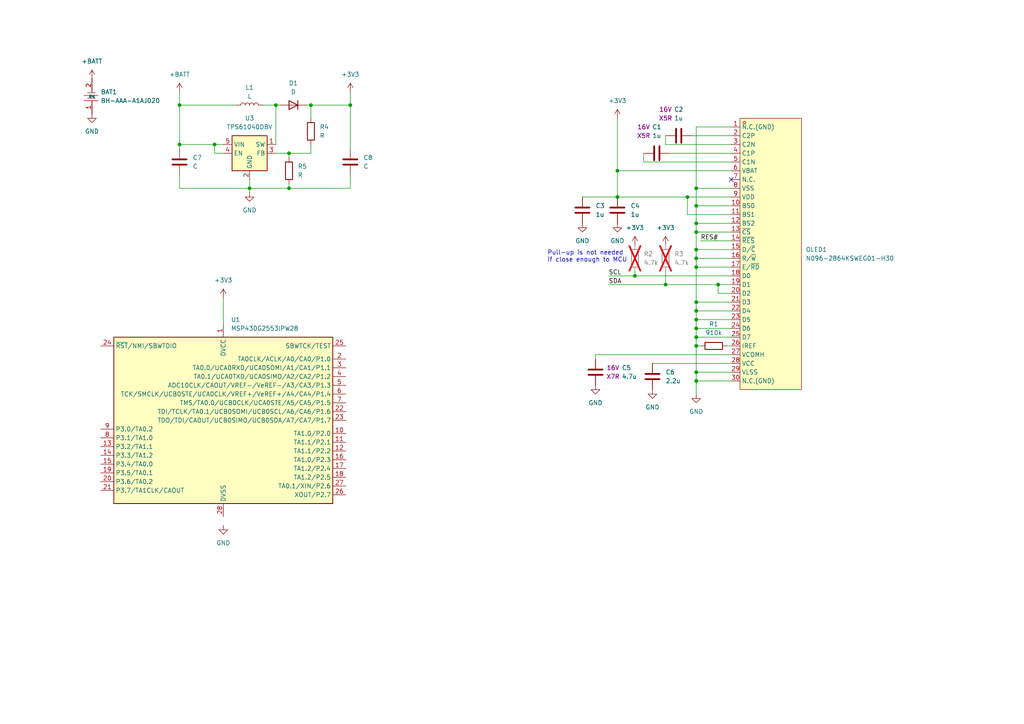
<source format=kicad_sch>
(kicad_sch (version 20230121) (generator eeschema)
  (paper "A4")
  (lib_symbols
    (symbol "Device:C" (pin_numbers hide) (pin_names (offset 0.254))
      (property "Reference" "C" (at 0.635 2.54 0))
      (property "Value" "C" (at 0.635 -2.54 0))
      (symbol "C_0_1"
        (polyline (pts (xy -2.032 -0.762) (xy 2.032 -0.762)) (stroke (width 0.508)))
        (polyline (pts (xy -2.032 0.762) (xy 2.032 0.762)) (stroke (width 0.508)))
      )
      (symbol "C_1_1"
        (pin passive line (at 0 3.81 270) (length 2.794) (name "~") (number "1"))
        (pin passive line (at 0 -3.81 90) (length 2.794) (name "~") (number "2"))
      )
    )
    (symbol "Device:D" (pin_numbers hide) (pin_names (offset 1.016) hide)
      (property "Reference" "D" (at 0 2.54 0))
      (property "Value" "D" (at 0 -2.54 0))
      (symbol "D_0_1"
        (polyline (pts (xy -1.27 1.27) (xy -1.27 -1.27)) (stroke (width 0.254)))
        (polyline (pts (xy 1.27 0) (xy -1.27 0)))
        (polyline (pts (xy 1.27 1.27) (xy 1.27 -1.27) (xy -1.27 0) (xy 1.27 1.27)) (stroke (width 0.254)))
      )
      (symbol "D_1_1"
        (pin passive line (at -3.81 0 0) (length 2.54) (name "K") (number "1"))
        (pin passive line (at 3.81 0 180) (length 2.54) (name "A") (number "2"))
      )
    )
    (symbol "Device:L" (pin_numbers hide) (pin_names (offset 1.016) hide)
      (property "Reference" "L" (at -1.27 0 90))
      (property "Value" "L" (at 1.905 0 90))
      (symbol "L_0_1"
        (arc (start 0 -2.54) (mid 0.6323 -1.905) (end 0 -1.27))
        (arc (start 0 -1.27) (mid 0.6323 -0.635) (end 0 0))
        (arc (start 0 0) (mid 0.6323 0.635) (end 0 1.27))
        (arc (start 0 1.27) (mid 0.6323 1.905) (end 0 2.54))
      )
      (symbol "L_1_1"
        (pin passive line (at 0 3.81 270) (length 1.27) (name "1") (number "1"))
        (pin passive line (at 0 -3.81 90) (length 1.27) (name "2") (number "2"))
      )
    )
    (symbol "Device:R" (pin_numbers hide) (pin_names (offset 0))
      (property "Reference" "R" (at 2.032 0 90))
      (property "Value" "R" (at 0 0 90))
      (symbol "R_0_1"
        (rectangle (start -1.016 -2.54) (end 1.016 2.54) (stroke (width 0.254)))
      )
      (symbol "R_1_1"
        (pin passive line (at 0 3.81 270) (length 1.27) (name "~") (number "1"))
        (pin passive line (at 0 -3.81 90) (length 1.27) (name "~") (number "2"))
      )
    )
    (symbol "EasyEDA:BH-AAA-A1AJ020"
      (property "Reference" "BAT" (at 0 5.08 0))
      (property "Value" "BH-AAA-A1AJ020" (at 0 -5.08 0))
      (symbol "BH-AAA-A1AJ020_0_1"
        (polyline (pts (xy -1.27 2.29) (xy -1.27 -1.78)))
        (polyline (pts (xy -0.51 1.27) (xy -0.51 -1.02)))
        (polyline (pts (xy 0.25 2.29) (xy 0.25 -1.78)))
        (polyline (pts (xy 1.02 1.27) (xy 1.02 -1.02)))
        (pin input line (at -5.08 0 0) (length 3.81) (name "1") (number "1"))
        (pin input line (at 5.08 0 180) (length 3.81) (name "2") (number "2"))
      )
    )
    (symbol "EasyEDA:N096-2864KSWEG01-H30"
      (property "Reference" "OLED" (at 0 41.91 0))
      (property "Value" "N096-2864KSWEG01-H30" (at 0 -41.91 0))
      (symbol "N096-2864KSWEG01-H30_0_1"
        (rectangle (start -8.89 39.37) (end 8.89 -39.37) (fill (type background)))
        (circle (center -7.62 38.1) (radius 0.38))
        (pin unspecified line (at -11.43 36.83 0) (length 2.54) (name "N.C.(GND)") (number "1"))
        (pin unspecified line (at -11.43 13.97 0) (length 2.54) (name "BS0") (number "10"))
        (pin unspecified line (at -11.43 11.43 0) (length 2.54) (name "BS1") (number "11"))
        (pin unspecified line (at -11.43 8.89 0) (length 2.54) (name "BS2") (number "12"))
        (pin unspecified line (at -11.43 6.35 0) (length 2.54) (name "~{CS}") (number "13"))
        (pin unspecified line (at -11.43 3.81 0) (length 2.54) (name "~{RES}") (number "14"))
        (pin unspecified line (at -11.43 1.27 0) (length 2.54) (name "D/~{C}") (number "15"))
        (pin unspecified line (at -11.43 -1.27 0) (length 2.54) (name "R/~{W}") (number "16"))
        (pin unspecified line (at -11.43 -3.81 0) (length 2.54) (name "E/~{RD}") (number "17"))
        (pin unspecified line (at -11.43 -6.35 0) (length 2.54) (name "D0") (number "18"))
        (pin unspecified line (at -11.43 -8.89 0) (length 2.54) (name "D1") (number "19"))
        (pin unspecified line (at -11.43 34.29 0) (length 2.54) (name "C2P") (number "2"))
        (pin unspecified line (at -11.43 -11.43 0) (length 2.54) (name "D2") (number "20"))
        (pin unspecified line (at -11.43 -13.97 0) (length 2.54) (name "D3") (number "21"))
        (pin unspecified line (at -11.43 -16.51 0) (length 2.54) (name "D4") (number "22"))
        (pin unspecified line (at -11.43 -19.05 0) (length 2.54) (name "D5") (number "23"))
        (pin unspecified line (at -11.43 -21.59 0) (length 2.54) (name "D6") (number "24"))
        (pin unspecified line (at -11.43 -24.13 0) (length 2.54) (name "D7") (number "25"))
        (pin unspecified line (at -11.43 -26.67 0) (length 2.54) (name "IREF") (number "26"))
        (pin unspecified line (at -11.43 -29.21 0) (length 2.54) (name "VCOMH") (number "27"))
        (pin unspecified line (at -11.43 -31.75 0) (length 2.54) (name "VCC") (number "28"))
        (pin unspecified line (at -11.43 -34.29 0) (length 2.54) (name "VLSS") (number "29"))
        (pin unspecified line (at -11.43 31.75 0) (length 2.54) (name "C2N") (number "3"))
        (pin unspecified line (at -11.43 -36.83 0) (length 2.54) (name "N.C.(GND)") (number "30"))
        (pin unspecified line (at -11.43 29.21 0) (length 2.54) (name "C1P") (number "4"))
        (pin unspecified line (at -11.43 26.67 0) (length 2.54) (name "C1N") (number "5"))
        (pin unspecified line (at -11.43 24.13 0) (length 2.54) (name "VBAT") (number "6"))
        (pin unspecified line (at -11.43 21.59 0) (length 2.54) (name "N.C.") (number "7"))
        (pin unspecified line (at -11.43 19.05 0) (length 2.54) (name "VSS") (number "8"))
        (pin unspecified line (at -11.43 16.51 0) (length 2.54) (name "VDD") (number "9"))
      )
    )
    (symbol "MCU_Texas_MSP430:MSP430G2553IPW28"
      (property "Reference" "U" (at -30.48 25.4 0))
      (property "Value" "MSP430G2553IPW28" (at 24.13 -25.4 0))
      (symbol "MSP430G2553IPW28_0_1"
        (rectangle (start -31.75 24.13) (end 31.75 -24.13) (stroke (width 0.254)) (fill (type background)))
      )
      (symbol "MSP430G2553IPW28_1_1"
        (pin power_in line (at 0 27.94 270) (length 3.81) (name "DVCC") (number "1"))
        (pin bidirectional line (at 35.56 -3.81 180) (length 3.81) (name "TA1.0/P2.0") (number "10"))
        (pin bidirectional line (at 35.56 -6.35 180) (length 3.81) (name "TA1.1/P2.1") (number "11"))
        (pin bidirectional line (at 35.56 -8.89 180) (length 3.81) (name "TA1.1/P2.2") (number "12"))
        (pin bidirectional line (at -35.56 -7.62 0) (length 3.81) (name "P3.2/TA1.1") (number "13"))
        (pin bidirectional line (at -35.56 -10.16 0) (length 3.81) (name "P3.3/TA1.2") (number "14"))
        (pin bidirectional line (at -35.56 -12.7 0) (length 3.81) (name "P3.4/TA0.0") (number "15"))
        (pin bidirectional line (at 35.56 -11.43 180) (length 3.81) (name "TA1.0/P2.3") (number "16"))
        (pin bidirectional line (at 35.56 -13.97 180) (length 3.81) (name "TA1.2/P2.4") (number "17"))
        (pin bidirectional line (at 35.56 -16.51 180) (length 3.81) (name "TA1.2/P2.5") (number "18"))
        (pin bidirectional line (at -35.56 -15.24 0) (length 3.81) (name "P3.5/TA0.1") (number "19"))
        (pin bidirectional line (at 35.56 17.78 180) (length 3.81) (name "TA0CLK/ACLK/A0/CA0/P1.0") (number "2"))
        (pin bidirectional line (at -35.56 -17.78 0) (length 3.81) (name "P3.6/TA0.2") (number "20"))
        (pin bidirectional line (at -35.56 -20.32 0) (length 3.81) (name "P3.7/TA1CLK/CAOUT") (number "21"))
        (pin bidirectional line (at 35.56 2.54 180) (length 3.81) (name "TDI/TCLK/TA0.1/UCB0SOMI/UCB0SCL/A6/CA6/P1.6") (number "22"))
        (pin bidirectional line (at 35.56 0 180) (length 3.81) (name "TDO/TDI/CAOUT/UCB0SIMO/UCB0SDA/A7/CA7/P1.7") (number "23"))
        (pin input line (at -35.56 21.59 0) (length 3.81) (name "~{RST}/NMI/SBWTDIO") (number "24"))
        (pin input line (at 35.56 21.59 180) (length 3.81) (name "SBWTCK/TEST") (number "25"))
        (pin bidirectional line (at 35.56 -21.59 180) (length 3.81) (name "XOUT/P2.7") (number "26"))
        (pin bidirectional line (at 35.56 -19.05 180) (length 3.81) (name "TA0.1/XIN/P2.6") (number "27"))
        (pin power_in line (at 0 -27.94 90) (length 3.81) (name "DVSS") (number "28"))
        (pin bidirectional line (at 35.56 15.24 180) (length 3.81) (name "TA0.0/UCA0RXD/UCA0SOMI/A1/CA1/P1.1") (number "3"))
        (pin bidirectional line (at 35.56 12.7 180) (length 3.81) (name "TA0.1/UCA0TXD/UCA0SIMO/A2/CA2/P1.2") (number "4"))
        (pin bidirectional line (at 35.56 10.16 180) (length 3.81) (name "ADC10CLK/CAOUT/VREF-/VeREF-/A3/CA3/P1.3") (number "5"))
        (pin bidirectional line (at 35.56 7.62 180) (length 3.81) (name "TCK/SMCLK/UCB0STE/UCA0CLK/VREF+/VeREF+/A4/CA4/P1.4") (number "6"))
        (pin bidirectional line (at 35.56 5.08 180) (length 3.81) (name "TMS/TA0.0/UCB0CLK/UCA0STE/A5/CA5/P1.5") (number "7"))
        (pin bidirectional line (at -35.56 -5.08 0) (length 3.81) (name "P3.1/TA1.0") (number "8"))
        (pin bidirectional line (at -35.56 -2.54 0) (length 3.81) (name "P3.0/TA0.2") (number "9"))
      )
    )
    (symbol "Regulator_Switching:TPS61040DBV"
      (property "Reference" "U" (at -5.08 6.35 0))
      (property "Value" "TPS61040DBV" (at 0 6.35 0))
      (symbol "TPS61040DBV_0_1"
        (rectangle (start -5.08 5.08) (end 5.08 -5.08) (stroke (width 0.254)) (fill (type background)))
      )
      (symbol "TPS61040DBV_1_1"
        (pin power_out line (at 7.62 2.54 180) (length 2.54) (name "SW") (number "1"))
        (pin power_in line (at 0 -7.62 90) (length 2.54) (name "GND") (number "2"))
        (pin input line (at 7.62 0 180) (length 2.54) (name "FB") (number "3"))
        (pin input line (at -7.62 0 0) (length 2.54) (name "EN") (number "4"))
        (pin power_in line (at -7.62 2.54 0) (length 2.54) (name "VIN") (number "5"))
      )
    )
    (symbol "power:+3V3" (power) (pin_names (offset 0))
      (property "Value" "+3V3" (at 0 3.556 0))
      (symbol "+3V3_0_1"
        (polyline (pts (xy -0.762 1.27) (xy 0 2.54)))
        (polyline (pts (xy 0 0) (xy 0 2.54)))
        (polyline (pts (xy 0 2.54) (xy 0.762 1.27)))
      )
      (symbol "+3V3_1_1"
        (pin power_in line (at 0 0 90) (length 0) hide (name "+3V3") (number "1"))
      )
    )
    (symbol "power:+BATT" (power) (pin_names (offset 0))
      (property "Value" "+BATT" (at 0 3.556 0))
      (symbol "+BATT_0_1"
        (polyline (pts (xy -0.762 1.27) (xy 0 2.54)))
        (polyline (pts (xy 0 0) (xy 0 2.54)))
        (polyline (pts (xy 0 2.54) (xy 0.762 1.27)))
      )
      (symbol "+BATT_1_1"
        (pin power_in line (at 0 0 90) (length 0) hide (name "+BATT") (number "1"))
      )
    )
    (symbol "power:GND" (power) (pin_names (offset 0))
      (property "Value" "GND" (at 0 -3.81 0))
      (symbol "GND_0_1"
        (polyline (pts (xy 0 0) (xy 0 -1.27) (xy 1.27 -1.27) (xy 0 -2.54) (xy -1.27 -1.27) (xy 0 -1.27)))
      )
      (symbol "GND_1_1"
        (pin power_in line (at 0 0 270) (length 0) hide (name "GND") (number "1"))
      )
    )
  )
  (junction (at 201.93 77.47))
  (junction (at 179.07 57.15))
  (junction (at 201.93 92.71))
  (junction (at 52.07 41.91))
  (junction (at 199.39 57.15))
  (junction (at 80.01 30.48))
  (junction (at 90.17 30.48))
  (junction (at 62.23 41.91))
  (junction (at 201.93 107.95))
  (junction (at 201.93 72.39))
  (junction (at 201.93 74.93))
  (junction (at 208.28 82.55))
  (junction (at 201.93 59.69))
  (junction (at 201.93 95.25))
  (junction (at 201.93 87.63))
  (junction (at 201.93 110.49))
  (junction (at 184.15 80.01))
  (junction (at 201.93 97.79))
  (junction (at 101.6 30.48))
  (junction (at 201.93 64.77))
  (junction (at 201.93 67.31))
  (junction (at 83.82 54.61))
  (junction (at 201.93 90.17))
  (junction (at 83.82 44.45))
  (junction (at 193.04 82.55))
  (junction (at 201.93 100.33))
  (junction (at 52.07 30.48))
  (junction (at 201.93 54.61))
  (junction (at 179.07 49.53))
  (junction (at 72.39 54.61))
  (no_connect (at 212.09 52.07))
  (wire (pts (xy 201.93 72.39) (xy 201.93 74.93)))
  (wire (pts (xy 52.07 54.61) (xy 72.39 54.61)))
  (wire (pts (xy 168.91 57.15) (xy 179.07 57.15)))
  (wire (pts (xy 172.72 102.87) (xy 212.09 102.87)))
  (wire (pts (xy 201.93 107.95) (xy 212.09 107.95)))
  (wire (pts (xy 201.93 110.49) (xy 201.93 114.3)))
  (wire (pts (xy 201.93 95.25) (xy 212.09 95.25)))
  (wire (pts (xy 201.93 100.33) (xy 201.93 107.95)))
  (wire (pts (xy 176.53 82.55) (xy 193.04 82.55)))
  (wire (pts (xy 90.17 30.48) (xy 101.6 30.48)))
  (wire (pts (xy 201.93 74.93) (xy 201.93 77.47)))
  (wire (pts (xy 193.04 82.55) (xy 208.28 82.55)))
  (wire (pts (xy 176.53 80.01) (xy 184.15 80.01)))
  (wire (pts (xy 52.07 26.67) (xy 52.07 30.48)))
  (wire (pts (xy 62.23 44.45) (xy 62.23 41.91)))
  (wire (pts (xy 194.31 44.45) (xy 212.09 44.45)))
  (wire (pts (xy 72.39 55.88) (xy 72.39 54.61)))
  (wire (pts (xy 201.93 59.69) (xy 212.09 59.69)))
  (wire (pts (xy 201.93 87.63) (xy 201.93 90.17)))
  (wire (pts (xy 52.07 41.91) (xy 62.23 41.91)))
  (wire (pts (xy 186.69 46.99) (xy 212.09 46.99)))
  (wire (pts (xy 80.01 44.45) (xy 83.82 44.45)))
  (wire (pts (xy 212.09 57.15) (xy 199.39 57.15)))
  (wire (pts (xy 52.07 30.48) (xy 68.58 30.48)))
  (wire (pts (xy 201.93 72.39) (xy 212.09 72.39)))
  (wire (pts (xy 201.93 92.71) (xy 212.09 92.71)))
  (wire (pts (xy 179.07 49.53) (xy 179.07 34.29)))
  (wire (pts (xy 189.23 105.41) (xy 212.09 105.41)))
  (wire (pts (xy 208.28 82.55) (xy 212.09 82.55)))
  (wire (pts (xy 201.93 107.95) (xy 201.93 110.49)))
  (wire (pts (xy 201.93 90.17) (xy 212.09 90.17)))
  (wire (pts (xy 201.93 100.33) (xy 203.2 100.33)))
  (wire (pts (xy 212.09 36.83) (xy 201.93 36.83)))
  (wire (pts (xy 201.93 59.69) (xy 201.93 64.77)))
  (wire (pts (xy 212.09 62.23) (xy 199.39 62.23)))
  (wire (pts (xy 64.77 86.36) (xy 64.77 93.98)))
  (wire (pts (xy 212.09 110.49) (xy 201.93 110.49)))
  (wire (pts (xy 184.15 78.74) (xy 184.15 80.01)))
  (wire (pts (xy 179.07 57.15) (xy 179.07 49.53)))
  (wire (pts (xy 62.23 41.91) (xy 64.77 41.91)))
  (wire (pts (xy 201.93 77.47) (xy 212.09 77.47)))
  (wire (pts (xy 83.82 45.72) (xy 83.82 44.45)))
  (wire (pts (xy 101.6 26.67) (xy 101.6 30.48)))
  (wire (pts (xy 193.04 41.91) (xy 193.04 39.37)))
  (wire (pts (xy 88.9 30.48) (xy 90.17 30.48)))
  (wire (pts (xy 201.93 92.71) (xy 201.93 95.25)))
  (wire (pts (xy 76.2 30.48) (xy 80.01 30.48)))
  (wire (pts (xy 212.09 54.61) (xy 201.93 54.61)))
  (wire (pts (xy 201.93 64.77) (xy 212.09 64.77)))
  (wire (pts (xy 52.07 43.18) (xy 52.07 41.91)))
  (wire (pts (xy 83.82 44.45) (xy 90.17 44.45)))
  (wire (pts (xy 210.82 100.33) (xy 212.09 100.33)))
  (wire (pts (xy 52.07 30.48) (xy 52.07 41.91)))
  (wire (pts (xy 101.6 50.8) (xy 101.6 54.61)))
  (wire (pts (xy 212.09 85.09) (xy 208.28 85.09)))
  (wire (pts (xy 172.72 104.14) (xy 172.72 102.87)))
  (wire (pts (xy 83.82 53.34) (xy 83.82 54.61)))
  (wire (pts (xy 208.28 85.09) (xy 208.28 82.55)))
  (wire (pts (xy 201.93 87.63) (xy 212.09 87.63)))
  (wire (pts (xy 201.93 67.31) (xy 212.09 67.31)))
  (wire (pts (xy 52.07 50.8) (xy 52.07 54.61)))
  (wire (pts (xy 72.39 52.07) (xy 72.39 54.61)))
  (wire (pts (xy 200.66 39.37) (xy 212.09 39.37)))
  (wire (pts (xy 212.09 41.91) (xy 193.04 41.91)))
  (wire (pts (xy 201.93 77.47) (xy 201.93 87.63)))
  (wire (pts (xy 80.01 30.48) (xy 81.28 30.48)))
  (wire (pts (xy 179.07 57.15) (xy 199.39 57.15)))
  (wire (pts (xy 83.82 54.61) (xy 72.39 54.61)))
  (wire (pts (xy 90.17 41.91) (xy 90.17 44.45)))
  (wire (pts (xy 201.93 97.79) (xy 212.09 97.79)))
  (wire (pts (xy 80.01 30.48) (xy 80.01 41.91)))
  (wire (pts (xy 201.93 90.17) (xy 201.93 92.71)))
  (wire (pts (xy 203.2 69.85) (xy 212.09 69.85)))
  (wire (pts (xy 186.69 44.45) (xy 186.69 46.99)))
  (wire (pts (xy 201.93 95.25) (xy 201.93 97.79)))
  (wire (pts (xy 201.93 64.77) (xy 201.93 67.31)))
  (wire (pts (xy 201.93 67.31) (xy 201.93 72.39)))
  (wire (pts (xy 64.77 44.45) (xy 62.23 44.45)))
  (wire (pts (xy 90.17 30.48) (xy 90.17 34.29)))
  (wire (pts (xy 184.15 80.01) (xy 212.09 80.01)))
  (wire (pts (xy 101.6 54.61) (xy 83.82 54.61)))
  (wire (pts (xy 201.93 74.93) (xy 212.09 74.93)))
  (wire (pts (xy 179.07 49.53) (xy 212.09 49.53)))
  (wire (pts (xy 201.93 54.61) (xy 201.93 59.69)))
  (wire (pts (xy 193.04 78.74) (xy 193.04 82.55)))
  (wire (pts (xy 199.39 62.23) (xy 199.39 57.15)))
  (wire (pts (xy 201.93 36.83) (xy 201.93 54.61)))
  (wire (pts (xy 201.93 97.79) (xy 201.93 100.33)))
  (wire (pts (xy 101.6 30.48) (xy 101.6 43.18)))
  (text "Pull-up is not needed\nif close enough to MCU" (at 158.75 76.2 0) (effects (font (size 1.27 1.27)) (justify left bottom)))
  (label "RES#" (at 203.2 69.85 0))
  (label "SCL" (at 176.53 80.01 0))
  (label "SDA" (at 176.53 82.55 0))
  (symbol (lib_id "Device:C") (at 190.5 44.45 90) (unit 1)
    (property "Reference" "C1" (at 190.5 36.83 90))
    (property "Value" "1u" (at 190.5 39.37 90))
    (property "Rating" "16V" (at 186.69 36.83 90))
    (property "Temp Coef" "X5R" (at 186.69 39.37 90))
  )
  (symbol (lib_id "Device:C") (at 179.07 60.96 0) (unit 1)
    (property "Reference" "C4" (at 182.88 59.69 0) (effects (justify left)))
    (property "Value" "1u" (at 182.88 62.23 0) (effects (justify left)))
  )
  (symbol (lib_id "Device:R") (at 207.01 100.33 90) (unit 1)
    (property "Reference" "R1" (at 207.01 93.98 90))
    (property "Value" "910k" (at 207.01 96.52 90))
  )
  (symbol (lib_id "power:+3V3") (at 101.6 26.67 0) (unit 1)
    (property "Reference" "#PWR015" (effects hide))
    (property "Value" "+3V3" (at 101.6 21.59 0))
  )
  (symbol (lib_id "MCU_Texas_MSP430:MSP430G2553IPW28") (at 64.77 121.92 0) (unit 1)
    (property "Reference" "U1" (at 66.9641 92.71 0) (effects (justify left)))
    (property "Value" "MSP430G2553IPW28" (at 66.9641 95.25 0) (effects (justify left)))
    (property "Footprint" "Package_SO:TSSOP-28_4.4x9.7mm_P0.65mm" (effects hide))
    (property "Datasheet" "http://www.ti.com/lit/ds/symlink/msp430g2553.pdf" (effects hide))
  )
  (symbol (lib_id "power:+3V3") (at 64.77 86.36 0) (unit 1)
    (property "Reference" "#PWR02" (effects hide))
    (property "Value" "+3V3" (at 64.77 81.28 0))
  )
  (symbol (lib_id "Device:C") (at 189.23 109.22 0) (unit 1)
    (property "Reference" "C6" (at 193.04 107.95 0) (effects (justify left)))
    (property "Value" "2.2u" (at 193.04 110.49 0) (effects (justify left)))
  )
  (symbol (lib_id "power:+3V3") (at 184.15 71.12 0) (unit 1)
    (property "Reference" "#PWR09" (effects hide))
    (property "Value" "+3V3" (at 184.15 66.04 0))
  )
  (symbol (lib_id "Device:R") (at 193.04 74.93 0) (unit 1) (dnp yes)
    (property "Reference" "R3" (at 195.58 73.66 0) (effects (justify left)))
    (property "Value" "4.7k" (at 195.58 76.2 0) (effects (justify left)))
  )
  (symbol (lib_id "power:GND") (at 172.72 111.76 0) (unit 1)
    (property "Reference" "#PWR08" (effects hide))
    (property "Value" "GND" (at 172.72 116.84 0))
  )
  (symbol (lib_id "Device:C") (at 168.91 60.96 0) (unit 1)
    (property "Reference" "C3" (at 172.72 59.69 0) (effects (justify left)))
    (property "Value" "1u" (at 172.72 62.23 0) (effects (justify left)))
  )
  (symbol (lib_id "Device:R") (at 83.82 49.53 0) (unit 1)
    (property "Reference" "R5" (at 86.36 48.26 0) (effects (justify left)))
    (property "Value" "R" (at 86.36 50.8 0) (effects (justify left)))
  )
  (symbol (lib_id "Regulator_Switching:TPS61040DBV") (at 72.39 44.45 0) (unit 1)
    (property "Reference" "U3" (at 72.39 34.29 0))
    (property "Value" "TPS61040DBV" (at 72.39 36.83 0))
    (property "Footprint" "Package_TO_SOT_SMD:SOT-23-5" (effects hide))
    (property "Datasheet" "http://www.ti.com/lit/ds/symlink/tps61040.pdf" (effects hide))
  )
  (symbol (lib_id "Device:C") (at 52.07 46.99 0) (unit 1)
    (property "Reference" "C7" (at 55.88 45.72 0) (effects (justify left)))
    (property "Value" "C" (at 55.88 48.26 0) (effects (justify left)))
  )
  (symbol (lib_id "power:GND") (at 168.91 64.77 0) (unit 1)
    (property "Reference" "#PWR06" (effects hide))
    (property "Value" "GND" (at 168.91 69.85 0))
  )
  (symbol (lib_id "power:GND") (at 64.77 152.4 0) (unit 1)
    (property "Reference" "#PWR01" (effects hide))
    (property "Value" "GND" (at 64.77 157.48 0))
  )
  (symbol (lib_id "Device:C") (at 196.85 39.37 90) (unit 1)
    (property "Reference" "C2" (at 196.85 31.75 90))
    (property "Value" "1u" (at 196.85 34.29 90))
    (property "Rating" "16V" (at 193.04 31.75 90))
    (property "Temp Coef" "X5R" (at 193.04 34.29 90))
  )
  (symbol (lib_id "power:GND") (at 189.23 113.03 0) (unit 1)
    (property "Reference" "#PWR07" (effects hide))
    (property "Value" "GND" (at 189.23 118.11 0))
  )
  (symbol (lib_id "power:+BATT") (at 52.07 26.67 0) (unit 1)
    (property "Reference" "#PWR013" (effects hide))
    (property "Value" "+BATT" (at 52.07 21.59 0))
  )
  (symbol (lib_id "power:GND") (at 201.93 114.3 0) (unit 1)
    (property "Reference" "#PWR03" (effects hide))
    (property "Value" "GND" (at 201.93 119.38 0))
  )
  (symbol (lib_id "power:+3V3") (at 193.04 71.12 0) (unit 1)
    (property "Reference" "#PWR010" (effects hide))
    (property "Value" "+3V3" (at 193.04 66.04 0))
  )
  (symbol (lib_id "power:+3V3") (at 179.07 34.29 0) (unit 1)
    (property "Reference" "#PWR04" (effects hide))
    (property "Value" "+3V3" (at 179.07 29.21 0))
  )
  (symbol (lib_id "power:GND") (at 179.07 64.77 0) (unit 1)
    (property "Reference" "#PWR05" (effects hide))
    (property "Value" "GND" (at 179.07 69.85 0))
  )
  (symbol (lib_id "EasyEDA:N096-2864KSWEG01-H30") (at 223.52 73.66 0) (unit 1)
    (property "Reference" "OLED1" (at 233.68 72.39 0) (effects (justify left)))
    (property "Value" "N096-2864KSWEG01-H30" (at 233.68 74.93 0) (effects (justify left)))
    (property "Footprint" "easyeda2kicad:OLED_0.96-30P-P0.70-12864" (effects hide))
    (property "LCSC Part" "C2890596" (effects hide))
  )
  (symbol (lib_id "power:GND") (at 26.67 33.02 0) (unit 1)
    (property "Reference" "#PWR012" (effects hide))
    (property "Value" "GND" (at 26.67 38.1 0))
  )
  (symbol (lib_id "Device:C") (at 101.6 46.99 0) (unit 1)
    (property "Reference" "C8" (at 105.41 45.72 0) (effects (justify left)))
    (property "Value" "C" (at 105.41 48.26 0) (effects (justify left)))
  )
  (symbol (lib_id "power:GND") (at 72.39 55.88 0) (unit 1)
    (property "Reference" "#PWR014" (effects hide))
    (property "Value" "GND" (at 72.39 60.96 0))
  )
  (symbol (lib_id "Device:R") (at 90.17 38.1 180) (unit 1)
    (property "Reference" "R4" (at 92.71 36.83 0) (effects (justify right)))
    (property "Value" "R" (at 92.71 39.37 0) (effects (justify right)))
  )
  (symbol (lib_id "Device:C") (at 172.72 107.95 0) (unit 1)
    (property "Reference" "C5" (at 180.34 106.68 0) (effects (justify left)))
    (property "Value" "4.7u" (at 180.34 109.22 0) (effects (justify left)))
    (property "Rating" "16V" (at 177.8 106.68 0))
    (property "Temp Coef" "X7R" (at 177.8 109.22 0))
  )
  (symbol (lib_id "power:+BATT") (at 26.67 22.86 0) (unit 1)
    (property "Reference" "#PWR011" (effects hide))
    (property "Value" "+BATT" (at 26.67 17.78 0))
  )
  (symbol (lib_id "Device:L") (at 72.39 30.48 90) (unit 1)
    (property "Reference" "L1" (at 72.39 25.4 90))
    (property "Value" "L" (at 72.39 27.94 90))
  )
  (symbol (lib_id "Device:D") (at 85.09 30.48 180) (unit 1)
    (property "Reference" "D1" (at 85.09 24.13 0))
    (property "Value" "D" (at 85.09 26.67 0))
    (property "Sim.Device" "D" (effects hide))
    (property "Sim.Pins" "1=K 2=A" (effects hide))
  )
  (symbol (lib_id "EasyEDA:BH-AAA-A1AJ020") (at 26.67 27.94 90) (unit 1)
    (property "Reference" "BAT1" (at 29.21 26.67 90) (effects (justify right)))
    (property "Value" "BH-AAA-A1AJ020" (at 29.21 29.21 90) (effects (justify right)))
    (property "Footprint" "easyeda2kicad:BAT-TH_BH-BH-AAA-A1AJ020" (effects hide))
    (property "LCSC Part" "C5290191" (effects hide))
  )
  (symbol (lib_id "Device:R") (at 184.15 74.93 0) (unit 1) (dnp yes)
    (property "Reference" "R2" (at 186.69 73.66 0) (effects (justify left)))
    (property "Value" "4.7k" (at 186.69 76.2 0) (effects (justify left)))
  )
)
</source>
